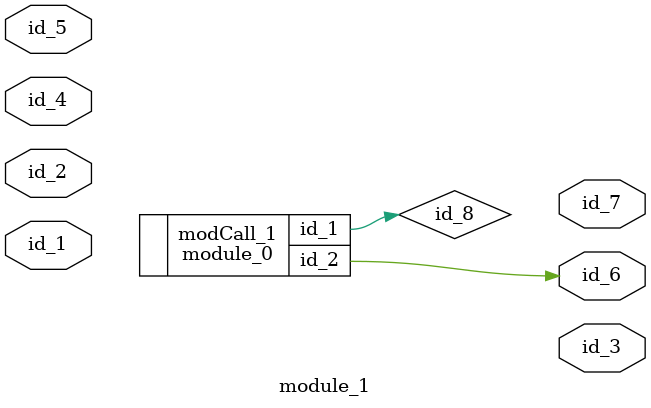
<source format=v>
module module_0 (
    id_1,
    id_2
);
  output wire id_2;
  inout wire id_1;
  wor  id_3 = 1 + 1;
  wire id_4;
endmodule
module module_1 (
    id_1,
    id_2,
    id_3,
    id_4,
    id_5,
    id_6,
    id_7
);
  output wire id_7;
  output wire id_6;
  inout wire id_5;
  input wire id_4;
  output wire id_3;
  inout wire id_2;
  input wire id_1;
  wire id_8;
  assign id_3[1==1] = id_8;
  module_0 modCall_1 (
      id_8,
      id_6
  );
  wire id_9;
  wire id_10;
  wire id_11, id_12, id_13;
  wire id_14;
endmodule

</source>
